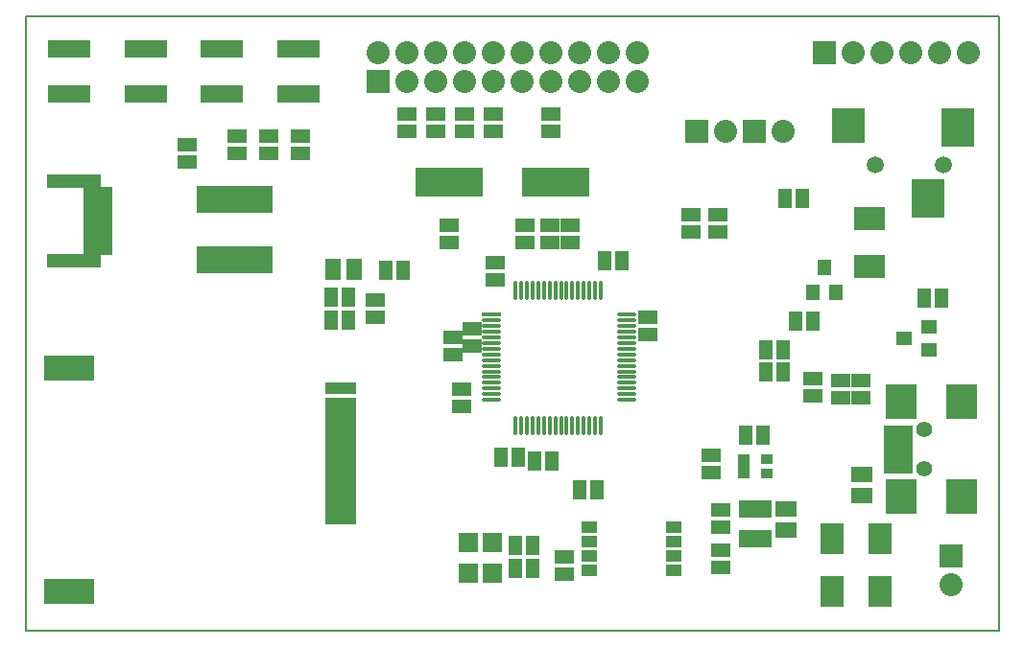
<source format=gts>
G04 (created by PCBNEW-RS274X (2011-05-25)-stable) date Fri 18 May 2012 19:27:03 CEST*
G01*
G70*
G90*
%MOIN*%
G04 Gerber Fmt 3.4, Leading zero omitted, Abs format*
%FSLAX34Y34*%
G04 APERTURE LIST*
%ADD10C,0.006000*%
%ADD11C,0.008000*%
%ADD12R,0.045000X0.065000*%
%ADD13R,0.065000X0.045000*%
%ADD14R,0.055000X0.075000*%
%ADD15R,0.075000X0.055000*%
%ADD16R,0.066000X0.015800*%
%ADD17O,0.066000X0.015800*%
%ADD18O,0.015800X0.066000*%
%ADD19R,0.080000X0.080000*%
%ADD20C,0.080000*%
%ADD21R,0.051500X0.055400*%
%ADD22R,0.055400X0.051500*%
%ADD23R,0.146000X0.059400*%
%ADD24C,0.055400*%
%ADD25R,0.098700X0.039700*%
%ADD26R,0.106600X0.118400*%
%ADD27R,0.110600X0.059400*%
%ADD28R,0.110600X0.039700*%
%ADD29R,0.177500X0.086900*%
%ADD30R,0.036000X0.094800*%
%ADD31R,0.040000X0.032000*%
%ADD32R,0.043600X0.063300*%
%ADD33R,0.110600X0.079800*%
%ADD34R,0.079800X0.110600*%
%ADD35R,0.057900X0.039700*%
%ADD36R,0.067200X0.067200*%
%ADD37R,0.114500X0.136100*%
%ADD38R,0.114500X0.124300*%
%ADD39C,0.059400*%
%ADD40R,0.236500X0.098700*%
%ADD41R,0.098700X0.043600*%
%ADD42R,0.185400X0.047600*%
G04 APERTURE END LIST*
G54D10*
G54D11*
X14450Y-56300D02*
X14450Y-34950D01*
X48250Y-56300D02*
X14450Y-56300D01*
X48250Y-34950D02*
X48250Y-56300D01*
X15250Y-34950D02*
X48250Y-34950D01*
X14450Y-34950D02*
X15250Y-34950D01*
G54D12*
X33687Y-51400D03*
X34287Y-51400D03*
X41795Y-45537D03*
X41195Y-45537D03*
X32050Y-53350D03*
X31450Y-53350D03*
X32050Y-54150D03*
X31450Y-54150D03*
X40842Y-41267D03*
X41442Y-41267D03*
X25050Y-44700D03*
X25650Y-44700D03*
X40150Y-46550D03*
X40750Y-46550D03*
X40150Y-47300D03*
X40750Y-47300D03*
G54D13*
X32700Y-38350D03*
X32700Y-38950D03*
X30700Y-38350D03*
X30700Y-38950D03*
X29700Y-38350D03*
X29700Y-38950D03*
X28700Y-38350D03*
X28700Y-38950D03*
X27700Y-38350D03*
X27700Y-38950D03*
X42750Y-48200D03*
X42750Y-47600D03*
X43450Y-48200D03*
X43450Y-47600D03*
G54D12*
X46250Y-44750D03*
X45650Y-44750D03*
X27551Y-43763D03*
X26951Y-43763D03*
G54D13*
X38600Y-52100D03*
X38600Y-52700D03*
X38600Y-54100D03*
X38600Y-53500D03*
G54D12*
X34550Y-43450D03*
X35150Y-43450D03*
X32725Y-50400D03*
X32125Y-50400D03*
G54D13*
X29150Y-42200D03*
X29150Y-42800D03*
X31800Y-42800D03*
X31800Y-42200D03*
X29600Y-47900D03*
X29600Y-48500D03*
X30750Y-44100D03*
X30750Y-43500D03*
X38500Y-42450D03*
X38500Y-41850D03*
X29300Y-46700D03*
X29300Y-46100D03*
X37550Y-42450D03*
X37550Y-41850D03*
G54D12*
X25650Y-45500D03*
X25050Y-45500D03*
G54D13*
X33350Y-42800D03*
X33350Y-42200D03*
X36050Y-46025D03*
X36050Y-45425D03*
X26600Y-45400D03*
X26600Y-44800D03*
X41800Y-48150D03*
X41800Y-47550D03*
G54D12*
X31550Y-50275D03*
X30950Y-50275D03*
G54D13*
X32647Y-42804D03*
X32647Y-42204D03*
X29950Y-46400D03*
X29950Y-45800D03*
G54D14*
X25870Y-43753D03*
X25120Y-43753D03*
G54D15*
X43500Y-50875D03*
X43500Y-51625D03*
G54D16*
X30639Y-45324D03*
G54D17*
X30639Y-45521D03*
X30639Y-45718D03*
X30639Y-45915D03*
X30639Y-46112D03*
X30639Y-46308D03*
X30639Y-46505D03*
X30639Y-46702D03*
X30639Y-46899D03*
X30639Y-47096D03*
X30639Y-47293D03*
X30639Y-47489D03*
X30639Y-47686D03*
X30639Y-47883D03*
X30639Y-48080D03*
X30639Y-48277D03*
G54D18*
X31474Y-49175D03*
X31671Y-49175D03*
X31868Y-49175D03*
X32065Y-49175D03*
X32262Y-49175D03*
X32458Y-49175D03*
X32655Y-49175D03*
X32852Y-49175D03*
X33049Y-49175D03*
X33246Y-49175D03*
X33443Y-49175D03*
X33639Y-49175D03*
X33836Y-49175D03*
X34033Y-49175D03*
X34230Y-49175D03*
X34427Y-49175D03*
G54D17*
X35325Y-48277D03*
X35325Y-48080D03*
X35325Y-47883D03*
X35325Y-47686D03*
X35325Y-47489D03*
X35325Y-47293D03*
X35325Y-47096D03*
X35325Y-46899D03*
X35325Y-46702D03*
X35325Y-46505D03*
X35325Y-46308D03*
X35325Y-46112D03*
X35325Y-45915D03*
X35325Y-45718D03*
X35325Y-45521D03*
X35325Y-45324D03*
G54D18*
X34427Y-44489D03*
X34230Y-44489D03*
X33836Y-44489D03*
X34033Y-44482D03*
X33639Y-44489D03*
X33443Y-44489D03*
X33246Y-44489D03*
X33049Y-44489D03*
X32852Y-44489D03*
X32655Y-44489D03*
X32461Y-44489D03*
X32264Y-44489D03*
X32067Y-44489D03*
X31870Y-44489D03*
X31674Y-44489D03*
X31477Y-44489D03*
G54D19*
X42200Y-36200D03*
G54D20*
X43200Y-36200D03*
X44200Y-36200D03*
X45200Y-36200D03*
X46200Y-36200D03*
X47200Y-36200D03*
G54D21*
X41806Y-44533D03*
X42594Y-44533D03*
X42200Y-43667D03*
G54D22*
X45833Y-46544D03*
X45833Y-45756D03*
X44967Y-46150D03*
G54D23*
X18639Y-36063D03*
X18639Y-37637D03*
X15961Y-37637D03*
X15961Y-36063D03*
X23939Y-36063D03*
X23939Y-37637D03*
X21261Y-37637D03*
X21261Y-36063D03*
G54D24*
X45650Y-50689D03*
X45650Y-49311D03*
G54D25*
X44764Y-50315D03*
X44764Y-50000D03*
X44764Y-49685D03*
X44764Y-49370D03*
X44764Y-50630D03*
G54D26*
X44863Y-51654D03*
X44863Y-48346D03*
X46949Y-51654D03*
X46949Y-48346D03*
G54D27*
X25403Y-52294D03*
X25403Y-51794D03*
X25403Y-50794D03*
X25403Y-51294D03*
X25403Y-50294D03*
X25403Y-49794D03*
X25403Y-49294D03*
X25403Y-48794D03*
G54D28*
X25403Y-48400D03*
X25403Y-47889D03*
G54D29*
X15954Y-47172D03*
X15954Y-54928D03*
G54D30*
X22850Y-41300D03*
X22600Y-41300D03*
X22340Y-41300D03*
X22080Y-41300D03*
X21830Y-41300D03*
X21570Y-41300D03*
X21310Y-41300D03*
X21060Y-41300D03*
X20800Y-41300D03*
X20550Y-41300D03*
X20550Y-43400D03*
X20800Y-43400D03*
X21060Y-43400D03*
X21310Y-43400D03*
X21570Y-43400D03*
X21830Y-43400D03*
X22080Y-43400D03*
X22340Y-43400D03*
X22600Y-43400D03*
X22850Y-43400D03*
G54D12*
X40050Y-49500D03*
X39450Y-49500D03*
G54D13*
X24000Y-39100D03*
X24000Y-39700D03*
X22900Y-39700D03*
X22900Y-39100D03*
X21800Y-39100D03*
X21800Y-39700D03*
X38250Y-50200D03*
X38250Y-50800D03*
G54D31*
X39400Y-50350D03*
X39400Y-50850D03*
X40200Y-50350D03*
X39400Y-50600D03*
X40200Y-50850D03*
G54D32*
X39426Y-53112D03*
X39800Y-53112D03*
X40174Y-53112D03*
X39426Y-52088D03*
X39800Y-52088D03*
X40174Y-52088D03*
G54D33*
X43750Y-43639D03*
X43750Y-41961D03*
G54D19*
X46600Y-53700D03*
G54D20*
X46600Y-54700D03*
G54D34*
X44139Y-53100D03*
X42461Y-53100D03*
X44139Y-54950D03*
X42461Y-54950D03*
G54D35*
X36955Y-52700D03*
X36955Y-54200D03*
X36955Y-53700D03*
X36955Y-53200D03*
X34045Y-54200D03*
X34045Y-53700D03*
X34046Y-53200D03*
X34045Y-52700D03*
G54D36*
X30663Y-53250D03*
X29837Y-53250D03*
X30663Y-54300D03*
X29837Y-54300D03*
G54D19*
X26700Y-37200D03*
G54D20*
X26700Y-36200D03*
X27700Y-37200D03*
X27700Y-36200D03*
X28700Y-37200D03*
X28700Y-36200D03*
X29700Y-37200D03*
X29700Y-36200D03*
X30700Y-37200D03*
X30700Y-36200D03*
X31700Y-37200D03*
X31700Y-36200D03*
X32700Y-37200D03*
X32700Y-36200D03*
X33700Y-37200D03*
X33700Y-36200D03*
X34700Y-37200D03*
X34700Y-36200D03*
X35700Y-37200D03*
X35700Y-36200D03*
G54D19*
X37750Y-38950D03*
G54D20*
X38750Y-38950D03*
G54D19*
X39750Y-38950D03*
G54D20*
X40750Y-38950D03*
G54D37*
X46843Y-38811D03*
X45780Y-41281D03*
G54D38*
X43024Y-38752D03*
G54D39*
X46331Y-40100D03*
X43969Y-40100D03*
G54D40*
X32850Y-40700D03*
X29150Y-40700D03*
G54D13*
X33178Y-53736D03*
X33178Y-54336D03*
G54D41*
X16947Y-41066D03*
X16947Y-41459D03*
X16947Y-41853D03*
X16947Y-42247D03*
X16947Y-42641D03*
X16947Y-43034D03*
G54D42*
X16120Y-40672D03*
X16120Y-43428D03*
G54D15*
X40850Y-52075D03*
X40850Y-52825D03*
G54D13*
X20050Y-39400D03*
X20050Y-40000D03*
M02*

</source>
